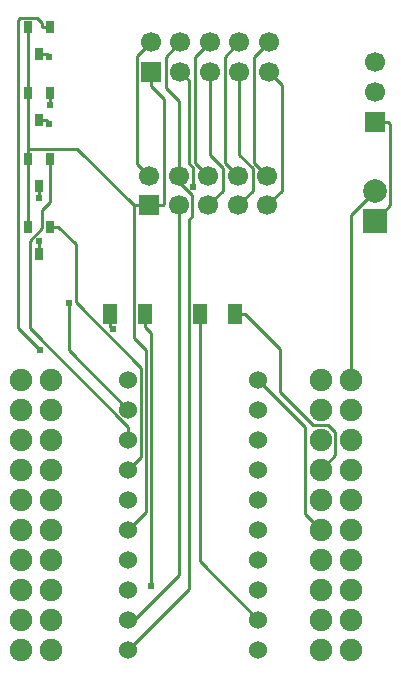
<source format=gtl>
G04 Layer: TopLayer*
G04 EasyEDA v6.5.51, 2025-10-02 22:01:21*
G04 208e135f75f84b069e33606ea1abe5ef,5c351882480b49209f9ebacf817cb454,10*
G04 Gerber Generator version 0.2*
G04 Scale: 100 percent, Rotated: No, Reflected: No *
G04 Dimensions in millimeters *
G04 leading zeros omitted , absolute positions ,4 integer and 5 decimal *
%FSLAX45Y45*%
%MOMM*%

%AMMACRO1*21,1,$1,$2,0,0,$3*%
%ADD10C,0.2540*%
%ADD11R,0.8000X1.0000*%
%ADD12MACRO1,1.701X1.2075X90.0000*%
%ADD13C,1.9000*%
%ADD14R,1.7000X1.7000*%
%ADD15C,1.7000*%
%ADD16C,1.5240*%
%ADD17C,0.0164*%
%ADD18R,2.0000X2.0000*%
%ADD19C,2.0000*%
%ADD20R,1.7000X1.8000*%
%ADD21C,0.6096*%

%LPD*%
D10*
X1225806Y6757085D02*
G01*
X1225806Y6185687D01*
X1225806Y6846087D02*
G01*
X1225806Y6757085D01*
X2123874Y6364706D02*
G01*
X2142949Y6364706D01*
X1225806Y6846087D02*
G01*
X1642493Y6846087D01*
X2123874Y6364706D01*
X2123874Y6364706D02*
G01*
X2123874Y5242940D01*
X2230224Y5136591D01*
X2230224Y3770833D01*
X2078890Y3619500D01*
X1225806Y7315885D02*
G01*
X1225806Y6846087D01*
X2255903Y6364706D02*
G01*
X2142949Y6364706D01*
X1225806Y7874685D02*
G01*
X1225806Y7315885D01*
X2312393Y6364706D02*
G01*
X2255903Y6364706D01*
X2312393Y6364706D02*
G01*
X2368882Y6364706D01*
X2268603Y7495006D02*
G01*
X2268603Y7377048D01*
X2368882Y6364706D02*
G01*
X2380922Y6376746D01*
X2380922Y7264730D01*
X2268603Y7377048D01*
X1320802Y6059957D02*
G01*
X1320802Y5955690D01*
X3255901Y6614693D02*
G01*
X3143608Y6726986D01*
X3143608Y7620000D01*
X3268601Y7744993D01*
X1415798Y6185687D02*
G01*
X1483768Y6185687D01*
X2078890Y4127500D02*
G01*
X2187577Y4236186D01*
X2187577Y4991811D01*
X1634136Y5545251D01*
X1634136Y6035319D01*
X1483768Y6185687D01*
X1320802Y6449136D02*
G01*
X1320802Y6430645D01*
X1320802Y6527088D02*
G01*
X1320802Y6449136D01*
X3255901Y6364706D02*
G01*
X3376678Y6485483D01*
X3376678Y7386929D01*
X3268601Y7495006D01*
X1415798Y6757085D02*
G01*
X1415798Y6389954D01*
X1347726Y6321882D01*
X1347726Y6170498D01*
X1243002Y6065773D01*
X1243002Y5323916D01*
X2078890Y4488027D01*
X2078890Y4381500D01*
X1406603Y7050125D02*
G01*
X1388772Y7067956D01*
X1388772Y7085888D01*
X1320802Y7085888D02*
G01*
X1388772Y7085888D01*
X3005914Y6614693D02*
G01*
X2893621Y6726986D01*
X2893621Y7620000D01*
X3018614Y7744993D01*
X1415798Y7237933D02*
G01*
X1415798Y7219061D01*
X1415798Y7315885D02*
G01*
X1415798Y7237933D01*
X2078890Y4635500D02*
G01*
X1575589Y5138801D01*
X1575589Y5537276D01*
X1408635Y7624826D02*
G01*
X1388772Y7644688D01*
X1320802Y7644688D02*
G01*
X1388772Y7644688D01*
X3005914Y6364706D02*
G01*
X3130908Y6489700D01*
X3130908Y6682028D01*
X3018614Y6794322D01*
X3018614Y7495006D01*
X1330683Y5141823D02*
G01*
X1146964Y5325541D01*
X1146964Y7934705D01*
X1165049Y7952790D01*
X1303708Y7952790D01*
X1347853Y7908645D01*
X1347853Y7874685D01*
X1415798Y7874685D02*
G01*
X1347853Y7874685D01*
X2217981Y5448300D02*
G01*
X2217981Y5335295D01*
X2217981Y5335295D02*
G01*
X2271016Y5282260D01*
X2271016Y3143250D01*
X1922223Y5335295D02*
G01*
X1927710Y5335295D01*
X1948207Y5314797D01*
X1922223Y5448300D02*
G01*
X1922223Y5335295D01*
X2979981Y5448300D02*
G01*
X3068322Y5448300D01*
X3708402Y4127500D02*
G01*
X3831490Y4250588D01*
X3831490Y4448682D01*
X3771673Y4508500D01*
X3641143Y4508500D01*
X3364892Y4784750D01*
X3364892Y5151729D01*
X3068322Y5448300D01*
X3178863Y2857500D02*
G01*
X2684223Y3352139D01*
X2684223Y5448300D01*
X4165602Y6489700D02*
G01*
X3962402Y6286500D01*
X3962402Y4889500D01*
X2255903Y6614693D02*
G01*
X2151611Y6718985D01*
X2151611Y7628001D01*
X2268603Y7744993D01*
X3178863Y4889500D02*
G01*
X3577490Y4490872D01*
X3577490Y3750411D01*
X3708402Y3619500D01*
X4165602Y7073900D02*
G01*
X4278581Y7073900D01*
X4165602Y6235700D02*
G01*
X4297555Y6367653D01*
X4297555Y7054926D01*
X4278581Y7073900D01*
X2505915Y6614693D02*
G01*
X2505915Y6564045D01*
X2618996Y6450964D01*
X2618996Y6269431D01*
X2595780Y6246215D01*
X2595780Y3120389D01*
X2078890Y2603500D01*
X2505915Y6614693D02*
G01*
X2505915Y7252233D01*
X2397229Y7360920D01*
X2397229Y7623606D01*
X2518615Y7744993D01*
X2628902Y6523837D02*
G01*
X2628902Y6684035D01*
X2589176Y6723761D01*
X2589176Y7424445D01*
X2518615Y7495006D01*
X2078890Y2857500D02*
G01*
X2124991Y2857500D01*
X2505915Y3238423D01*
X2505915Y6364706D01*
X2755902Y6364706D02*
G01*
X2880921Y6489725D01*
X2880921Y6682003D01*
X2768602Y6794322D01*
X2768602Y7495006D01*
X2755902Y6614693D02*
G01*
X2643609Y6726986D01*
X2643609Y7620000D01*
X2768602Y7744993D01*
D11*
G01*
X1225804Y6185687D03*
G01*
X1320800Y5955690D03*
G01*
X1415795Y6185687D03*
G01*
X1225804Y6757111D03*
G01*
X1320800Y6527088D03*
G01*
X1415795Y6757085D03*
G01*
X1225804Y7315911D03*
G01*
X1320800Y7085888D03*
G01*
X1415795Y7315885D03*
G01*
X1225804Y7874711D03*
G01*
X1320800Y7644688D03*
G01*
X1415795Y7874685D03*
D12*
G01*
X2217976Y5448300D03*
G01*
X1922223Y5448300D03*
G01*
X2979976Y5448300D03*
G01*
X2684223Y5448300D03*
D13*
G01*
X1168400Y2603500D03*
G01*
X1422400Y2603500D03*
G01*
X1168400Y2857500D03*
G01*
X1422400Y2857500D03*
G01*
X1168400Y3111500D03*
G01*
X1422400Y3111500D03*
G01*
X1168400Y3365500D03*
G01*
X1422400Y3365500D03*
G01*
X1168400Y3619500D03*
G01*
X1422400Y3619500D03*
G01*
X1168400Y3873500D03*
G01*
X1422400Y3873500D03*
G01*
X1168400Y4127500D03*
G01*
X1422400Y4127500D03*
G01*
X1168400Y4381500D03*
G01*
X1422400Y4381500D03*
G01*
X1168400Y4635500D03*
G01*
X1422400Y4635500D03*
G01*
X1168400Y4889500D03*
G01*
X1422400Y4889500D03*
G01*
X3962400Y2603500D03*
G01*
X3708400Y2603500D03*
G01*
X3708400Y2857500D03*
G01*
X3708400Y3111500D03*
G01*
X3708400Y3365500D03*
G01*
X3708400Y3619500D03*
G01*
X3708400Y3873500D03*
G01*
X3708400Y4127500D03*
G01*
X3708400Y4381500D03*
G01*
X3708400Y4635500D03*
G01*
X3708400Y4889500D03*
G01*
X3962400Y4889500D03*
G01*
X3962400Y4635500D03*
G01*
X3962400Y4381500D03*
G01*
X3962400Y4127500D03*
G01*
X3962400Y3873500D03*
G01*
X3962400Y3619500D03*
G01*
X3962400Y3365500D03*
G01*
X3962400Y3111500D03*
G01*
X3962400Y2857500D03*
D14*
G01*
X4165600Y7073900D03*
D15*
G01*
X4165600Y7327900D03*
G01*
X4165600Y7581900D03*
D16*
G01*
X3178911Y2603500D03*
G01*
X3178886Y2857500D03*
G01*
X3178886Y3111500D03*
G01*
X3178886Y3365500D03*
G01*
X3178886Y3619500D03*
G01*
X3178886Y3873500D03*
G01*
X3178886Y4127500D03*
G01*
X3178886Y4381500D03*
G01*
X3178886Y4635500D03*
G01*
X3178886Y4889500D03*
G01*
X2078888Y2603500D03*
G01*
X2078888Y2857500D03*
G01*
X2078888Y3111500D03*
G01*
X2078888Y3365500D03*
G01*
X2078888Y3619500D03*
G01*
X2078888Y3873500D03*
G01*
X2078888Y4127500D03*
G01*
X2078888Y4381500D03*
G01*
X2078888Y4635500D03*
G01*
X2078888Y4889500D03*
D18*
G01*
X4165600Y6235700D03*
D19*
G01*
X4165600Y6489700D03*
D15*
G01*
X2268600Y7744993D03*
G01*
X2518613Y7495006D03*
G01*
X2518613Y7744993D03*
G01*
X2768600Y7495006D03*
G01*
X2768600Y7744993D03*
G01*
X3018612Y7495006D03*
G01*
X3018612Y7744993D03*
G01*
X3268599Y7495006D03*
G01*
X3268599Y7744993D03*
D20*
G01*
X2268600Y7495006D03*
D15*
G01*
X2255900Y6614693D03*
G01*
X2505913Y6364706D03*
G01*
X2505913Y6614693D03*
G01*
X2755900Y6364706D03*
G01*
X2755900Y6614693D03*
G01*
X3005912Y6364706D03*
G01*
X3005912Y6614693D03*
G01*
X3255899Y6364706D03*
G01*
X3255899Y6614693D03*
D20*
G01*
X2255900Y6364706D03*
D21*
G01*
X1320800Y6059957D03*
G01*
X1320800Y6430645D03*
G01*
X1406601Y7050125D03*
G01*
X1415795Y7219061D03*
G01*
X1575587Y5537276D03*
G01*
X1408633Y7624826D03*
G01*
X1330680Y5141823D03*
G01*
X2271013Y3143250D03*
G01*
X1948205Y5314797D03*
G01*
X2628900Y6523837D03*
M02*

</source>
